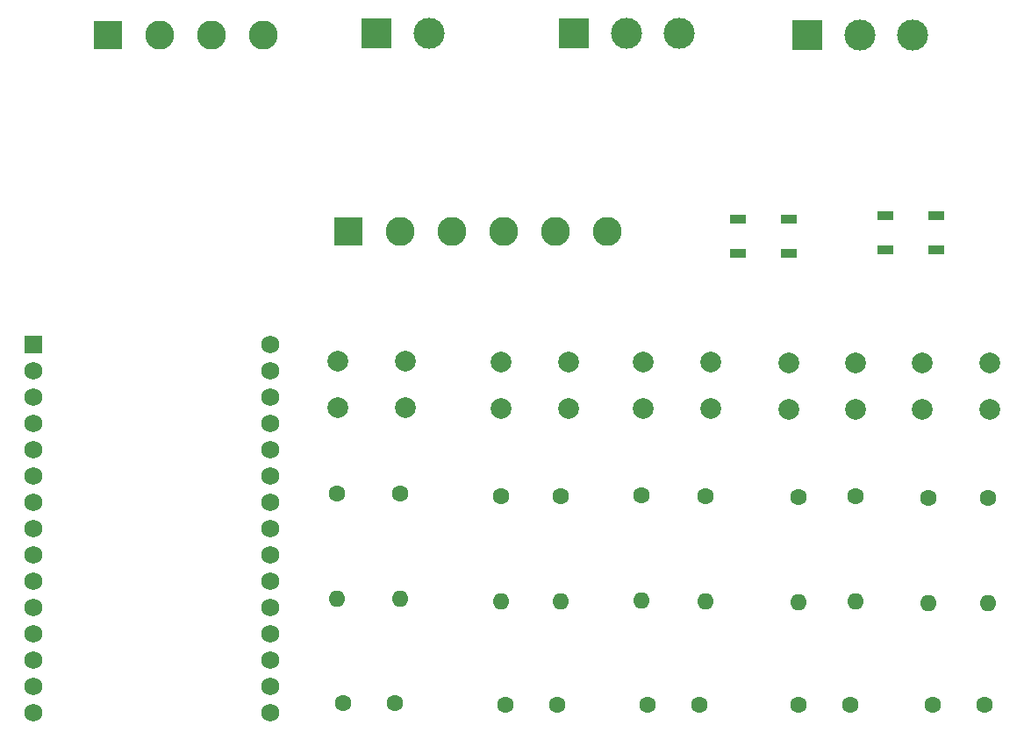
<source format=gbr>
%TF.GenerationSoftware,KiCad,Pcbnew,8.0.6*%
%TF.CreationDate,2024-11-18T20:28:24+01:00*%
%TF.ProjectId,pcb,7063622e-6b69-4636-9164-5f7063625858,rev?*%
%TF.SameCoordinates,Original*%
%TF.FileFunction,Soldermask,Top*%
%TF.FilePolarity,Negative*%
%FSLAX46Y46*%
G04 Gerber Fmt 4.6, Leading zero omitted, Abs format (unit mm)*
G04 Created by KiCad (PCBNEW 8.0.6) date 2024-11-18 20:28:24*
%MOMM*%
%LPD*%
G01*
G04 APERTURE LIST*
G04 Aperture macros list*
%AMRoundRect*
0 Rectangle with rounded corners*
0 $1 Rounding radius*
0 $2 $3 $4 $5 $6 $7 $8 $9 X,Y pos of 4 corners*
0 Add a 4 corners polygon primitive as box body*
4,1,4,$2,$3,$4,$5,$6,$7,$8,$9,$2,$3,0*
0 Add four circle primitives for the rounded corners*
1,1,$1+$1,$2,$3*
1,1,$1+$1,$4,$5*
1,1,$1+$1,$6,$7*
1,1,$1+$1,$8,$9*
0 Add four rect primitives between the rounded corners*
20,1,$1+$1,$2,$3,$4,$5,0*
20,1,$1+$1,$4,$5,$6,$7,0*
20,1,$1+$1,$6,$7,$8,$9,0*
20,1,$1+$1,$8,$9,$2,$3,0*%
G04 Aperture macros list end*
%ADD10C,2.000000*%
%ADD11R,3.000000X3.000000*%
%ADD12C,3.000000*%
%ADD13C,1.600000*%
%ADD14O,1.600000X1.600000*%
%ADD15R,2.800000X2.800000*%
%ADD16C,2.800000*%
%ADD17RoundRect,0.090000X0.660000X0.360000X-0.660000X0.360000X-0.660000X-0.360000X0.660000X-0.360000X0*%
%ADD18RoundRect,0.102000X-0.765000X-0.765000X0.765000X-0.765000X0.765000X0.765000X-0.765000X0.765000X0*%
%ADD19C,1.734000*%
G04 APERTURE END LIST*
D10*
%TO.C,SW5*%
X133500000Y-90000000D03*
X140000000Y-90000000D03*
X133500000Y-94500000D03*
X140000000Y-94500000D03*
%TD*%
D11*
%TO.C,P1*%
X137235000Y-58315000D03*
D12*
X142315000Y-58315000D03*
%TD*%
D13*
%TO.C,C2*%
X195895000Y-123185000D03*
X190895000Y-123185000D03*
%TD*%
%TO.C,R4*%
X190495000Y-103185000D03*
D14*
X190495000Y-113345000D03*
%TD*%
D13*
%TO.C,R3*%
X196245000Y-103185000D03*
D14*
X196245000Y-113345000D03*
%TD*%
D15*
%TO.C,J2*%
X111315000Y-58500000D03*
D16*
X116315000Y-58500000D03*
X121315000Y-58500000D03*
X126315000Y-58500000D03*
%TD*%
D13*
%TO.C,R1*%
X178000000Y-103105000D03*
D14*
X178000000Y-113265000D03*
%TD*%
D13*
%TO.C,R10*%
X133450000Y-102840000D03*
D14*
X133450000Y-113000000D03*
%TD*%
D13*
%TO.C,R2*%
X183500000Y-103025000D03*
D14*
X183500000Y-113185000D03*
%TD*%
D13*
%TO.C,C5*%
X139000000Y-123000000D03*
X134000000Y-123000000D03*
%TD*%
D10*
%TO.C,SW3*%
X149250000Y-90085000D03*
X155750000Y-90085000D03*
X149250000Y-94585000D03*
X155750000Y-94585000D03*
%TD*%
D13*
%TO.C,C4*%
X168400000Y-123185000D03*
X163400000Y-123185000D03*
%TD*%
D11*
%TO.C,J3*%
X156315000Y-58315000D03*
D12*
X161395000Y-58315000D03*
X166475000Y-58315000D03*
%TD*%
D10*
%TO.C,SW2*%
X189895000Y-90185000D03*
X196395000Y-90185000D03*
X189895000Y-94685000D03*
X196395000Y-94685000D03*
%TD*%
D13*
%TO.C,R5*%
X155000000Y-103085000D03*
D14*
X155000000Y-113245000D03*
%TD*%
D13*
%TO.C,R6*%
X149250000Y-103085000D03*
D14*
X149250000Y-113245000D03*
%TD*%
D13*
%TO.C,R7*%
X169000000Y-103085000D03*
D14*
X169000000Y-113245000D03*
%TD*%
D10*
%TO.C,SW4*%
X163000000Y-90085000D03*
X169500000Y-90085000D03*
X163000000Y-94585000D03*
X169500000Y-94585000D03*
%TD*%
D13*
%TO.C,C3*%
X154650000Y-123185000D03*
X149650000Y-123185000D03*
%TD*%
D17*
%TO.C,D3*%
X191250000Y-79250000D03*
X191250000Y-75950000D03*
X186350000Y-75950000D03*
X186350000Y-79250000D03*
%TD*%
%TO.C,D1*%
X177065000Y-79565000D03*
X177065000Y-76265000D03*
X172165000Y-76265000D03*
X172165000Y-79565000D03*
%TD*%
D13*
%TO.C,R9*%
X139500000Y-102840000D03*
D14*
X139500000Y-113000000D03*
%TD*%
D10*
%TO.C,SW1*%
X177000000Y-90185000D03*
X183500000Y-90185000D03*
X177000000Y-94685000D03*
X183500000Y-94685000D03*
%TD*%
D13*
%TO.C,R8*%
X162850000Y-103005000D03*
D14*
X162850000Y-113165000D03*
%TD*%
D13*
%TO.C,C1*%
X183000000Y-123185000D03*
X178000000Y-123185000D03*
%TD*%
D11*
%TO.C,J4*%
X178815000Y-58500000D03*
D12*
X183895000Y-58500000D03*
X188975000Y-58500000D03*
%TD*%
D16*
%TO.C,J1*%
X159500000Y-77500000D03*
X154500000Y-77500000D03*
X149500000Y-77500000D03*
X144500000Y-77500000D03*
X139500000Y-77500000D03*
D15*
X134500000Y-77500000D03*
%TD*%
D18*
%TO.C,REF\u002A\u002A*%
X104140000Y-88380000D03*
D19*
X104140000Y-90920000D03*
X104140000Y-93460000D03*
X104140000Y-96000000D03*
X104140000Y-98540000D03*
X104140000Y-101080000D03*
X104140000Y-103620000D03*
X104140000Y-106160000D03*
X104140000Y-108700000D03*
X104140000Y-111240000D03*
X104140000Y-113780000D03*
X104140000Y-116320000D03*
X104140000Y-118860000D03*
X104140000Y-121400000D03*
X104140000Y-123940000D03*
X127000000Y-123940000D03*
X127000000Y-121400000D03*
X127000000Y-118860000D03*
X127000000Y-116320000D03*
X127000000Y-113780000D03*
X127000000Y-111240000D03*
X127000000Y-108700000D03*
X127000000Y-106160000D03*
X127000000Y-103620000D03*
X127000000Y-101080000D03*
X127000000Y-98540000D03*
X127000000Y-96000000D03*
X127000000Y-93460000D03*
X127000000Y-90920000D03*
X127000000Y-88380000D03*
%TD*%
M02*

</source>
